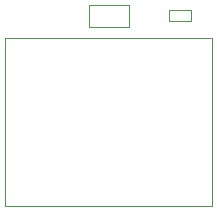
<source format=gbr>
%TF.GenerationSoftware,KiCad,Pcbnew,9.0.5-1.fc42*%
%TF.CreationDate,2025-12-03T04:58:23+01:00*%
%TF.ProjectId,Block-RotaryEncoder-Button,426c6f63-6b2d-4526-9f74-617279456e63,1*%
%TF.SameCoordinates,Original*%
%TF.FileFunction,Other,User*%
%FSLAX46Y46*%
G04 Gerber Fmt 4.6, Leading zero omitted, Abs format (unit mm)*
G04 Created by KiCad (PCBNEW 9.0.5-1.fc42) date 2025-12-03 04:58:23*
%MOMM*%
%LPD*%
G01*
G04 APERTURE LIST*
%ADD10C,0.050000*%
G04 APERTURE END LIST*
D10*
%TO.C,SW1*%
X130315000Y-106565000D02*
X130315000Y-120765000D01*
X130315000Y-106565000D02*
X147815000Y-106565000D01*
X147815000Y-120765000D02*
X130315000Y-120765000D01*
X147815000Y-120765000D02*
X147815000Y-106565000D01*
%TO.C,D1*%
X137385000Y-103748800D02*
X140745000Y-103748800D01*
X137385000Y-105648800D02*
X137385000Y-103748800D01*
X140745000Y-103748800D02*
X140745000Y-105648800D01*
X140745000Y-105648800D02*
X137385000Y-105648800D01*
%TO.C,R1*%
X144131400Y-104228800D02*
X145991400Y-104228800D01*
X144131400Y-105168800D02*
X144131400Y-104228800D01*
X145991400Y-104228800D02*
X145991400Y-105168800D01*
X145991400Y-105168800D02*
X144131400Y-105168800D01*
%TD*%
M02*

</source>
